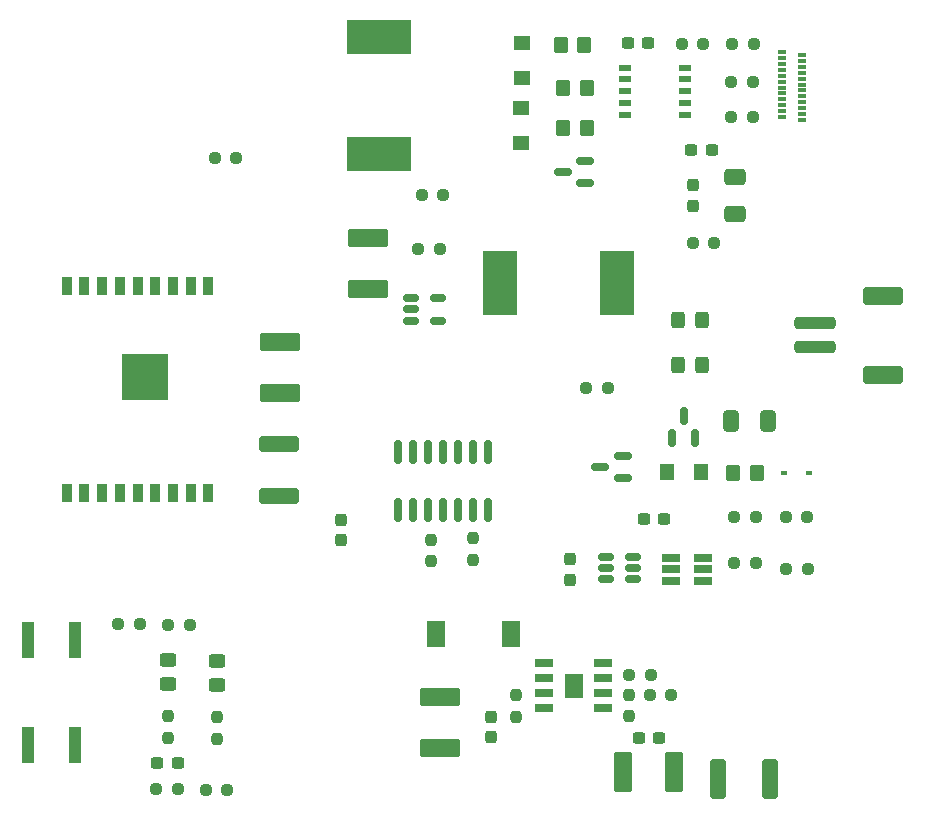
<source format=gbr>
G04 #@! TF.GenerationSoftware,KiCad,Pcbnew,6.99.0-unknown-70a038877e~161~ubuntu22.04.1*
G04 #@! TF.CreationDate,2023-01-18T13:45:27+00:00*
G04 #@! TF.ProjectId,MyBikesGotLED,4d794269-6b65-4734-976f-744c45442e6b,rev?*
G04 #@! TF.SameCoordinates,PX586a470PY296c010*
G04 #@! TF.FileFunction,Paste,Top*
G04 #@! TF.FilePolarity,Positive*
%FSLAX46Y46*%
G04 Gerber Fmt 4.6, Leading zero omitted, Abs format (unit mm)*
G04 Created by KiCad (PCBNEW 6.99.0-unknown-70a038877e~161~ubuntu22.04.1) date 2023-01-18 13:45:27*
%MOMM*%
%LPD*%
G01*
G04 APERTURE LIST*
G04 Aperture macros list*
%AMRoundRect*
0 Rectangle with rounded corners*
0 $1 Rounding radius*
0 $2 $3 $4 $5 $6 $7 $8 $9 X,Y pos of 4 corners*
0 Add a 4 corners polygon primitive as box body*
4,1,4,$2,$3,$4,$5,$6,$7,$8,$9,$2,$3,0*
0 Add four circle primitives for the rounded corners*
1,1,$1+$1,$2,$3*
1,1,$1+$1,$4,$5*
1,1,$1+$1,$6,$7*
1,1,$1+$1,$8,$9*
0 Add four rect primitives between the rounded corners*
20,1,$1+$1,$2,$3,$4,$5,0*
20,1,$1+$1,$4,$5,$6,$7,0*
20,1,$1+$1,$6,$7,$8,$9,0*
20,1,$1+$1,$8,$9,$2,$3,0*%
G04 Aperture macros list end*
%ADD10RoundRect,0.237500X0.237500X-0.250000X0.237500X0.250000X-0.237500X0.250000X-0.237500X-0.250000X0*%
%ADD11RoundRect,0.249999X1.450001X-0.537501X1.450001X0.537501X-1.450001X0.537501X-1.450001X-0.537501X0*%
%ADD12RoundRect,0.237500X0.300000X0.237500X-0.300000X0.237500X-0.300000X-0.237500X0.300000X-0.237500X0*%
%ADD13RoundRect,0.237500X-0.237500X0.250000X-0.237500X-0.250000X0.237500X-0.250000X0.237500X0.250000X0*%
%ADD14RoundRect,0.237500X0.250000X0.237500X-0.250000X0.237500X-0.250000X-0.237500X0.250000X-0.237500X0*%
%ADD15RoundRect,0.150000X0.150000X-0.825000X0.150000X0.825000X-0.150000X0.825000X-0.150000X-0.825000X0*%
%ADD16RoundRect,0.237500X-0.250000X-0.237500X0.250000X-0.237500X0.250000X0.237500X-0.250000X0.237500X0*%
%ADD17R,1.505000X0.802000*%
%ADD18R,1.567800X2.101200*%
%ADD19RoundRect,0.250000X-1.450000X0.400000X-1.450000X-0.400000X1.450000X-0.400000X1.450000X0.400000X0*%
%ADD20R,1.000000X3.100000*%
%ADD21RoundRect,0.237500X-0.237500X0.300000X-0.237500X-0.300000X0.237500X-0.300000X0.237500X0.300000X0*%
%ADD22RoundRect,0.249999X0.537501X1.450001X-0.537501X1.450001X-0.537501X-1.450001X0.537501X-1.450001X0*%
%ADD23RoundRect,0.250000X-0.400000X-1.450000X0.400000X-1.450000X0.400000X1.450000X-0.400000X1.450000X0*%
%ADD24R,0.700000X0.300000*%
%ADD25R,1.500000X2.200000*%
%ADD26R,5.400000X2.900000*%
%ADD27R,0.900000X1.500000*%
%ADD28R,4.000000X4.000000*%
%ADD29R,1.100000X0.510000*%
%ADD30RoundRect,0.249999X-1.450001X0.537501X-1.450001X-0.537501X1.450001X-0.537501X1.450001X0.537501X0*%
%ADD31RoundRect,0.150000X-0.512500X-0.150000X0.512500X-0.150000X0.512500X0.150000X-0.512500X0.150000X0*%
%ADD32R,1.400000X1.300000*%
%ADD33RoundRect,0.250000X0.350000X0.450000X-0.350000X0.450000X-0.350000X-0.450000X0.350000X-0.450000X0*%
%ADD34RoundRect,0.237500X-0.300000X-0.237500X0.300000X-0.237500X0.300000X0.237500X-0.300000X0.237500X0*%
%ADD35RoundRect,0.250000X0.450000X-0.325000X0.450000X0.325000X-0.450000X0.325000X-0.450000X-0.325000X0*%
%ADD36R,1.300000X1.400000*%
%ADD37R,0.600000X0.450000*%
%ADD38RoundRect,0.250000X-0.350000X-0.450000X0.350000X-0.450000X0.350000X0.450000X-0.350000X0.450000X0*%
%ADD39RoundRect,0.250000X-0.325000X-0.450000X0.325000X-0.450000X0.325000X0.450000X-0.325000X0.450000X0*%
%ADD40RoundRect,0.150000X0.587500X0.150000X-0.587500X0.150000X-0.587500X-0.150000X0.587500X-0.150000X0*%
%ADD41RoundRect,0.250000X-0.650000X0.412500X-0.650000X-0.412500X0.650000X-0.412500X0.650000X0.412500X0*%
%ADD42R,2.900000X5.400000*%
%ADD43RoundRect,0.150000X0.150000X-0.587500X0.150000X0.587500X-0.150000X0.587500X-0.150000X-0.587500X0*%
%ADD44RoundRect,0.250000X1.500000X-0.250000X1.500000X0.250000X-1.500000X0.250000X-1.500000X-0.250000X0*%
%ADD45RoundRect,0.250001X1.449999X-0.499999X1.449999X0.499999X-1.449999X0.499999X-1.449999X-0.499999X0*%
%ADD46RoundRect,0.250000X-1.450000X0.537500X-1.450000X-0.537500X1.450000X-0.537500X1.450000X0.537500X0*%
%ADD47RoundRect,0.250000X-0.412500X-0.650000X0.412500X-0.650000X0.412500X0.650000X-0.412500X0.650000X0*%
%ADD48R,1.560000X0.650000*%
G04 APERTURE END LIST*
D10*
X48027500Y-68563500D03*
X48027500Y-66738500D03*
D11*
X28080000Y-41136000D03*
X28080000Y-36861000D03*
D12*
X60150000Y-70331000D03*
X58425000Y-70331000D03*
D13*
X57577500Y-66708500D03*
X57577500Y-68533500D03*
D14*
X68072500Y-14786000D03*
X66247500Y-14786000D03*
D15*
X38010000Y-51081000D03*
X39280000Y-51081000D03*
X40550000Y-51081000D03*
X41820000Y-51081000D03*
X43090000Y-51081000D03*
X44360000Y-51081000D03*
X45630000Y-51081000D03*
X45630000Y-46131000D03*
X44360000Y-46131000D03*
X43090000Y-46131000D03*
X41820000Y-46131000D03*
X40550000Y-46131000D03*
X39280000Y-46131000D03*
X38010000Y-46131000D03*
D16*
X40055000Y-24386000D03*
X41880000Y-24386000D03*
D17*
X50429999Y-64015999D03*
X50429999Y-65285999D03*
X50429999Y-66555999D03*
X50429999Y-67825999D03*
X55424999Y-67825999D03*
X55424999Y-66555999D03*
X55424999Y-65285999D03*
X55424999Y-64015999D03*
D18*
X52927499Y-65920999D03*
D19*
X27940000Y-45426000D03*
X27940000Y-49876000D03*
D20*
X6699999Y-70973499D03*
X6699999Y-62073499D03*
X10699999Y-70973499D03*
X10699999Y-62073499D03*
D14*
X68132500Y-11566000D03*
X66307500Y-11566000D03*
X68072500Y-17816000D03*
X66247500Y-17816000D03*
D21*
X45927500Y-68558500D03*
X45927500Y-70283500D03*
D22*
X61385000Y-73211000D03*
X57110000Y-73211000D03*
D23*
X65085000Y-73866000D03*
X69535000Y-73866000D03*
D24*
X70539999Y-17785999D03*
X70539999Y-17285999D03*
X70539999Y-16785999D03*
X70539999Y-16285999D03*
X70539999Y-15785999D03*
X70539999Y-15285999D03*
X70539999Y-14785999D03*
X70539999Y-14285999D03*
X70539999Y-13785999D03*
X70539999Y-13285999D03*
X70539999Y-12785999D03*
X70539999Y-12285999D03*
X72239999Y-12535999D03*
X72239999Y-13035999D03*
X72239999Y-13535999D03*
X72239999Y-14035999D03*
X72239999Y-14535999D03*
X72239999Y-15035999D03*
X72239999Y-15535999D03*
X72239999Y-16035999D03*
X72239999Y-16535999D03*
X72239999Y-17035999D03*
X72239999Y-17535999D03*
X72239999Y-18035999D03*
D25*
X41237499Y-61570999D03*
X47637499Y-61570999D03*
D26*
X36399999Y-20875999D03*
X36399999Y-10975999D03*
D14*
X16170000Y-60706000D03*
X14345000Y-60706000D03*
X23592500Y-74736000D03*
X21767500Y-74736000D03*
D16*
X18585000Y-60756000D03*
X20410000Y-60756000D03*
D10*
X22720000Y-70413500D03*
X22720000Y-68588500D03*
X18600000Y-70333500D03*
X18600000Y-68508500D03*
D27*
X9979999Y-49625999D03*
X11479999Y-49625999D03*
X12979999Y-49625999D03*
X14479999Y-49625999D03*
X15979999Y-49625999D03*
X17479999Y-49625999D03*
X18979999Y-49625999D03*
X20479999Y-49625999D03*
X21979999Y-49625999D03*
X21979999Y-32125999D03*
X20479999Y-32125999D03*
X18979999Y-32125999D03*
X17479999Y-32125999D03*
X15979999Y-32125999D03*
X14479999Y-32125999D03*
X12979999Y-32125999D03*
X11479999Y-32125999D03*
X9979999Y-32125999D03*
D28*
X16589999Y-39775999D03*
D29*
X62349999Y-17595999D03*
X62349999Y-16595999D03*
X62349999Y-15595999D03*
X62349999Y-14595999D03*
X62349999Y-13595999D03*
X57249999Y-13595999D03*
X57249999Y-14595999D03*
X57249999Y-15595999D03*
X57249999Y-16595999D03*
X57249999Y-17595999D03*
D30*
X35500000Y-28031000D03*
X35500000Y-32306000D03*
D31*
X55670000Y-55006000D03*
X55670000Y-55956000D03*
X55670000Y-56906000D03*
X57945000Y-56906000D03*
X57945000Y-55956000D03*
X57945000Y-55006000D03*
D13*
X44370000Y-53431000D03*
X44370000Y-55256000D03*
D16*
X62967500Y-28476000D03*
X64792500Y-28476000D03*
D14*
X19387500Y-74716000D03*
X17562500Y-74716000D03*
D21*
X33230000Y-51881000D03*
X33230000Y-53606000D03*
D32*
X48479999Y-17045999D03*
X48479999Y-19945999D03*
X48499999Y-14445999D03*
X48499999Y-11545999D03*
D14*
X59422500Y-64996000D03*
X57597500Y-64996000D03*
X61180000Y-66741000D03*
X59355000Y-66741000D03*
D33*
X68390000Y-47886000D03*
X66390000Y-47886000D03*
D12*
X59212500Y-11516000D03*
X57487500Y-11516000D03*
D34*
X58827500Y-51836000D03*
X60552500Y-51836000D03*
D35*
X18600000Y-65796000D03*
X18600000Y-63746000D03*
D14*
X24325000Y-21256000D03*
X22500000Y-21256000D03*
D16*
X66510000Y-51666000D03*
X68335000Y-51666000D03*
D36*
X63689999Y-47875999D03*
X60789999Y-47875999D03*
D37*
X70739999Y-47905999D03*
X72839999Y-47905999D03*
D21*
X52580000Y-55233500D03*
X52580000Y-56958500D03*
D38*
X52010000Y-15306000D03*
X54010000Y-15306000D03*
X51820000Y-11666000D03*
X53820000Y-11666000D03*
D39*
X61757500Y-38756000D03*
X63807500Y-38756000D03*
D16*
X53975000Y-40696000D03*
X55800000Y-40696000D03*
D40*
X57050000Y-48376000D03*
X57050000Y-46476000D03*
X55175000Y-47426000D03*
D41*
X66600000Y-22853500D03*
X66600000Y-25978500D03*
D39*
X61757500Y-34996000D03*
X63807500Y-34996000D03*
D42*
X46669999Y-31835999D03*
X56569999Y-31835999D03*
D14*
X63882500Y-11566000D03*
X62057500Y-11566000D03*
D43*
X61260000Y-44986000D03*
X63160000Y-44986000D03*
X62210000Y-43111000D03*
D44*
X73340000Y-37256000D03*
X73340000Y-35256000D03*
D45*
X79090000Y-39606000D03*
X79090000Y-32906000D03*
D16*
X66480000Y-55566000D03*
X68305000Y-55566000D03*
D33*
X54000000Y-18746000D03*
X52000000Y-18746000D03*
D35*
X22720000Y-65888500D03*
X22720000Y-63838500D03*
D40*
X53880000Y-23386000D03*
X53880000Y-21486000D03*
X52005000Y-22436000D03*
D46*
X41577500Y-66903500D03*
X41577500Y-71178500D03*
D21*
X62980000Y-23556000D03*
X62980000Y-25281000D03*
D14*
X41565000Y-28916000D03*
X39740000Y-28916000D03*
X72700000Y-51676000D03*
X70875000Y-51676000D03*
D13*
X40820000Y-53553500D03*
X40820000Y-55378500D03*
D16*
X70920000Y-56046000D03*
X72745000Y-56046000D03*
D47*
X66207500Y-43536000D03*
X69332500Y-43536000D03*
D34*
X62877500Y-20546000D03*
X64602500Y-20546000D03*
D31*
X39162500Y-33116000D03*
X39162500Y-34066000D03*
X39162500Y-35016000D03*
X41437500Y-35016000D03*
X41437500Y-33116000D03*
D48*
X61119999Y-55135999D03*
X61119999Y-56085999D03*
X61119999Y-57035999D03*
X63819999Y-57035999D03*
X63819999Y-56085999D03*
X63819999Y-55135999D03*
D34*
X17645000Y-72496000D03*
X19370000Y-72496000D03*
M02*

</source>
